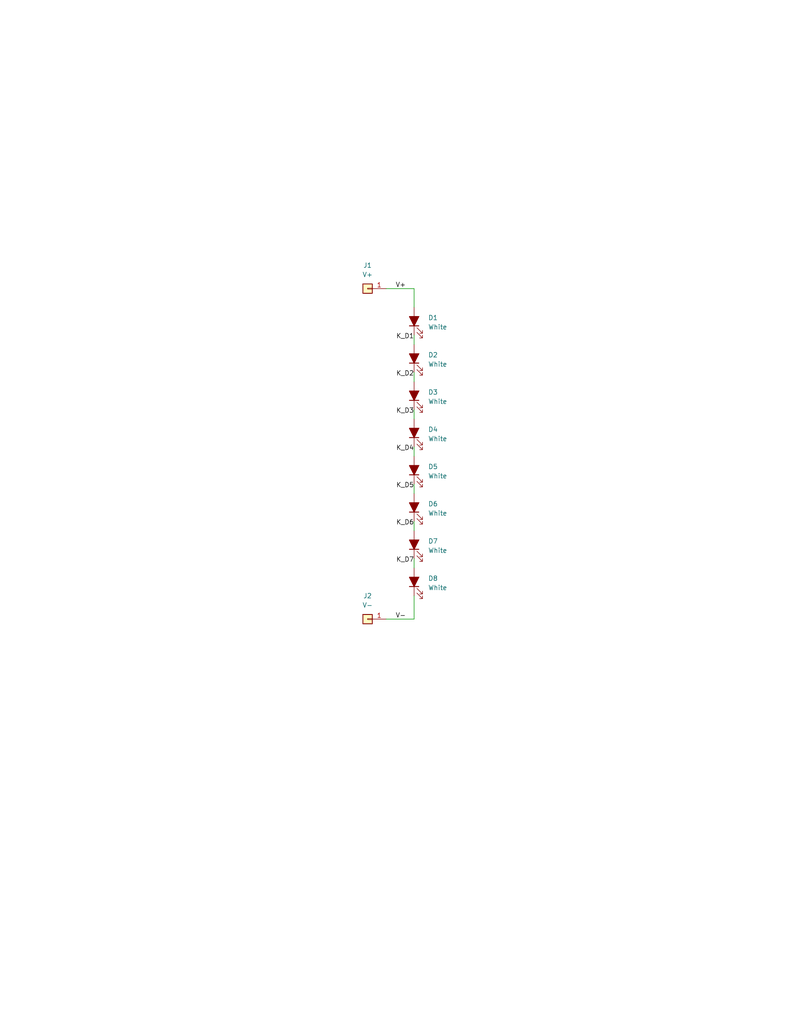
<source format=kicad_sch>
(kicad_sch (version 20250114) (generator "eeschema") (generator_version "9.0")
  (paper "A" portrait)
  (title_block (title "${PROJECTNAME}") (date "2025-08-09") (rev "${REV_SCH}") (comment 1 "Isaac Rex"))
  (lib_symbols
    (symbol "Connector_Generic:Conn_01x01" (pin_names (offset 1.016) (hide yes))
      (property "Reference" "J" (at 0 2.54 0))
      (property "Value" "Conn_01x01" (at 0 -2.54 0))
      (symbol "Conn_01x01_1_1"
        (rectangle (start -1.27 1.27) (end 1.27 -1.27) (stroke (width 0.254)) (fill (type background)))
        (rectangle (start -1.27 0.127) (end 0 -0.127) (stroke (width 0.1524)))
        (pin passive line (at -5.08 0 0) (length 3.81) (name "Pin_1") (number "1"))
      )
    )
    (symbol "Device:LED_Filled" (pin_numbers (hide yes)) (pin_names (offset 1.016) (hide yes))
      (property "Reference" "D" (at 0 2.54 0))
      (property "Value" "LED_Filled" (at 0 -2.54 0))
      (property "Sim.Pins" "1=K 2=A" (at 0 0 0))
      (symbol "LED_Filled_0_1"
        (polyline (pts (xy -3.048 -0.762) (xy -4.572 -2.286) (xy -3.81 -2.286) (xy -4.572 -2.286) (xy -4.572 -1.524)))
        (polyline (pts (xy -1.778 -0.762) (xy -3.302 -2.286) (xy -2.54 -2.286) (xy -3.302 -2.286) (xy -3.302 -1.524)))
        (polyline (pts (xy -1.27 0) (xy 1.27 0)))
        (polyline (pts (xy -1.27 -1.27) (xy -1.27 1.27)) (stroke (width 0.254)))
        (polyline (pts (xy 1.27 -1.27) (xy 1.27 1.27) (xy -1.27 0) (xy 1.27 -1.27)) (stroke (width 0.254)) (fill (type outline)))
      )
      (symbol "LED_Filled_1_1"
        (pin passive line (at -3.81 0 0) (length 2.54) (name "K") (number "1"))
        (pin passive line (at 3.81 0 180) (length 2.54) (name "A") (number "2"))
      )
    )
  )
  (wire (pts (xy 113.03 78.74) (xy 113.03 83.82)))
  (wire (pts (xy 113.03 152.4) (xy 113.03 154.94)))
  (wire (pts (xy 113.03 132.08) (xy 113.03 134.62)))
  (wire (pts (xy 105.41 78.74) (xy 113.03 78.74)))
  (wire (pts (xy 113.03 101.6) (xy 113.03 104.14)))
  (wire (pts (xy 105.41 168.91) (xy 113.03 168.91)))
  (wire (pts (xy 113.03 91.44) (xy 113.03 93.98)))
  (wire (pts (xy 113.03 111.76) (xy 113.03 114.3)))
  (wire (pts (xy 113.03 162.56) (xy 113.03 168.91)))
  (wire (pts (xy 113.03 121.92) (xy 113.03 124.46)))
  (wire (pts (xy 113.03 142.24) (xy 113.03 144.78)))
  (label "K_D5" (at 113.03 133.35 180))
  (label "V+" (at 107.95 78.74 0))
  (label "K_D3" (at 113.03 113.03 180))
  (label "K_D6" (at 113.03 143.51 180))
  (label "V-" (at 107.95 168.91 0))
  (label "K_D4" (at 113.03 123.19 180))
  (label "K_D2" (at 113.03 102.87 180))
  (label "K_D1" (at 113.03 92.71 180))
  (label "K_D7" (at 113.03 153.67 180))
  (symbol (lib_id "Device:LED_Filled") (at 113.03 87.63 90) (unit 1)
    (property "Reference" "D1" (at 116.84 86.6774 90) (effects (justify right)))
    (property "Value" "White" (at 116.84 89.2174 90) (effects (justify right)))
    (property "Footprint" "irex_LED_SMD:LED_Cree_J-Series_SMD2835_2.8x3.5mm" (effects (hide yes)))
    (property "Datasheet" "https://www.everlighteurope.com/custom/files/datasheets/DSE-0018112.pdf" (effects (hide yes)))
    (property "Description" "Light emitting diode, filled shape" (effects (hide yes)))
    (property "Sim.Pins" "1=K 2=A" (effects (hide yes)))
    (property "MPN" "JB2835AWT-W-H40GA0000-N0000001" (effects (hide yes)))
    (property "DigiKey PN" "2138-JB2835AWT-W-H40GA0000-N0000001CT-ND" (effects (hide yes)))
  )
  (symbol (lib_id "Device:LED_Filled") (at 113.03 118.11 90) (unit 1)
    (property "Reference" "D4" (at 116.84 117.1574 90) (effects (justify right)))
    (property "Value" "White" (at 116.84 119.6974 90) (effects (justify right)))
    (property "Footprint" "irex_LED_SMD:LED_Cree_J-Series_SMD2835_2.8x3.5mm" (effects (hide yes)))
    (property "Datasheet" "https://www.everlighteurope.com/custom/files/datasheets/DSE-0018112.pdf" (effects (hide yes)))
    (property "Description" "Light emitting diode, filled shape" (effects (hide yes)))
    (property "Sim.Pins" "1=K 2=A" (effects (hide yes)))
    (property "MPN" "JB2835AWT-W-H40GA0000-N0000001" (effects (hide yes)))
    (property "DigiKey PN" "2138-JB2835AWT-W-H40GA0000-N0000001CT-ND" (effects (hide yes)))
  )
  (symbol (lib_id "Device:LED_Filled") (at 113.03 148.59 90) (unit 1)
    (property "Reference" "D7" (at 116.84 147.6374 90) (effects (justify right)))
    (property "Value" "White" (at 116.84 150.1774 90) (effects (justify right)))
    (property "Footprint" "irex_LED_SMD:LED_Cree_J-Series_SMD2835_2.8x3.5mm" (effects (hide yes)))
    (property "Datasheet" "https://www.everlighteurope.com/custom/files/datasheets/DSE-0018112.pdf" (effects (hide yes)))
    (property "Description" "Light emitting diode, filled shape" (effects (hide yes)))
    (property "Sim.Pins" "1=K 2=A" (effects (hide yes)))
    (property "MPN" "JB2835AWT-W-H40GA0000-N0000001" (effects (hide yes)))
    (property "DigiKey PN" "2138-JB2835AWT-W-H40GA0000-N0000001CT-ND" (effects (hide yes)))
  )
  (symbol (lib_id "Device:LED_Filled") (at 113.03 107.95 90) (unit 1)
    (property "Reference" "D3" (at 116.84 106.9974 90) (effects (justify right)))
    (property "Value" "White" (at 116.84 109.5374 90) (effects (justify right)))
    (property "Footprint" "irex_LED_SMD:LED_Cree_J-Series_SMD2835_2.8x3.5mm" (effects (hide yes)))
    (property "Datasheet" "https://www.everlighteurope.com/custom/files/datasheets/DSE-0018112.pdf" (effects (hide yes)))
    (property "Description" "Light emitting diode, filled shape" (effects (hide yes)))
    (property "Sim.Pins" "1=K 2=A" (effects (hide yes)))
    (property "MPN" "JB2835AWT-W-H40GA0000-N0000001" (effects (hide yes)))
    (property "DigiKey PN" "2138-JB2835AWT-W-H40GA0000-N0000001CT-ND" (effects (hide yes)))
  )
  (symbol (lib_id "Device:LED_Filled") (at 113.03 97.79 90) (unit 1)
    (property "Reference" "D2" (at 116.84 96.8374 90) (effects (justify right)))
    (property "Value" "White" (at 116.84 99.3774 90) (effects (justify right)))
    (property "Footprint" "irex_LED_SMD:LED_Cree_J-Series_SMD2835_2.8x3.5mm" (effects (hide yes)))
    (property "Datasheet" "https://www.everlighteurope.com/custom/files/datasheets/DSE-0018112.pdf" (effects (hide yes)))
    (property "Description" "Light emitting diode, filled shape" (effects (hide yes)))
    (property "Sim.Pins" "1=K 2=A" (effects (hide yes)))
    (property "MPN" "JB2835AWT-W-H40GA0000-N0000001" (effects (hide yes)))
    (property "DigiKey PN" "2138-JB2835AWT-W-H40GA0000-N0000001CT-ND" (effects (hide yes)))
  )
  (symbol (lib_id "Device:LED_Filled") (at 113.03 138.43 90) (unit 1)
    (property "Reference" "D6" (at 116.84 137.4774 90) (effects (justify right)))
    (property "Value" "White" (at 116.84 140.0174 90) (effects (justify right)))
    (property "Footprint" "irex_LED_SMD:LED_Cree_J-Series_SMD2835_2.8x3.5mm" (effects (hide yes)))
    (property "Datasheet" "https://www.everlighteurope.com/custom/files/datasheets/DSE-0018112.pdf" (effects (hide yes)))
    (property "Description" "Light emitting diode, filled shape" (effects (hide yes)))
    (property "Sim.Pins" "1=K 2=A" (effects (hide yes)))
    (property "MPN" "JB2835AWT-W-H40GA0000-N0000001" (effects (hide yes)))
    (property "DigiKey PN" "2138-JB2835AWT-W-H40GA0000-N0000001CT-ND" (effects (hide yes)))
  )
  (symbol (lib_id "Connector_Generic:Conn_01x01") (at 100.33 168.91 180) (unit 1) (in_bom no)
    (property "Reference" "J2" (at 100.33 162.56 0))
    (property "Value" "V-" (at 100.33 165.1 0))
    (property "Footprint" "TestPoint:TestPoint_Pad_2.0x2.0mm" (effects (hide yes)))
    (property "Description" "Generic connector, single row, 01x01, script generated (kicad-library-utils/schlib/autogen/connector/)" (effects (hide yes)))
  )
  (symbol (lib_id "Device:LED_Filled") (at 113.03 128.27 90) (unit 1)
    (property "Reference" "D5" (at 116.84 127.3174 90) (effects (justify right)))
    (property "Value" "White" (at 116.84 129.8574 90) (effects (justify right)))
    (property "Footprint" "irex_LED_SMD:LED_Cree_J-Series_SMD2835_2.8x3.5mm" (effects (hide yes)))
    (property "Datasheet" "https://www.everlighteurope.com/custom/files/datasheets/DSE-0018112.pdf" (effects (hide yes)))
    (property "Description" "Light emitting diode, filled shape" (effects (hide yes)))
    (property "Sim.Pins" "1=K 2=A" (effects (hide yes)))
    (property "MPN" "JB2835AWT-W-H40GA0000-N0000001" (effects (hide yes)))
    (property "DigiKey PN" "2138-JB2835AWT-W-H40GA0000-N0000001CT-ND" (effects (hide yes)))
  )
  (symbol (lib_id "Connector_Generic:Conn_01x01") (at 100.33 78.74 180) (unit 1) (in_bom no)
    (property "Reference" "J1" (at 100.33 72.39 0))
    (property "Value" "V+" (at 100.33 74.93 0))
    (property "Footprint" "TestPoint:TestPoint_Pad_2.0x2.0mm" (effects (hide yes)))
    (property "Description" "Generic connector, single row, 01x01, script generated (kicad-library-utils/schlib/autogen/connector/)" (effects (hide yes)))
  )
  (symbol (lib_id "Device:LED_Filled") (at 113.03 158.75 90) (unit 1)
    (property "Reference" "D8" (at 116.84 157.7974 90) (effects (justify right)))
    (property "Value" "White" (at 116.84 160.3374 90) (effects (justify right)))
    (property "Footprint" "irex_LED_SMD:LED_Cree_J-Series_SMD2835_2.8x3.5mm" (effects (hide yes)))
    (property "Datasheet" "https://www.everlighteurope.com/custom/files/datasheets/DSE-0018112.pdf" (effects (hide yes)))
    (property "Description" "Light emitting diode, filled shape" (effects (hide yes)))
    (property "Sim.Pins" "1=K 2=A" (effects (hide yes)))
    (property "MPN" "JB2835AWT-W-H40GA0000-N0000001" (effects (hide yes)))
    (property "DigiKey PN" "2138-JB2835AWT-W-H40GA0000-N0000001CT-ND" (effects (hide yes)))
  )
)
</source>
